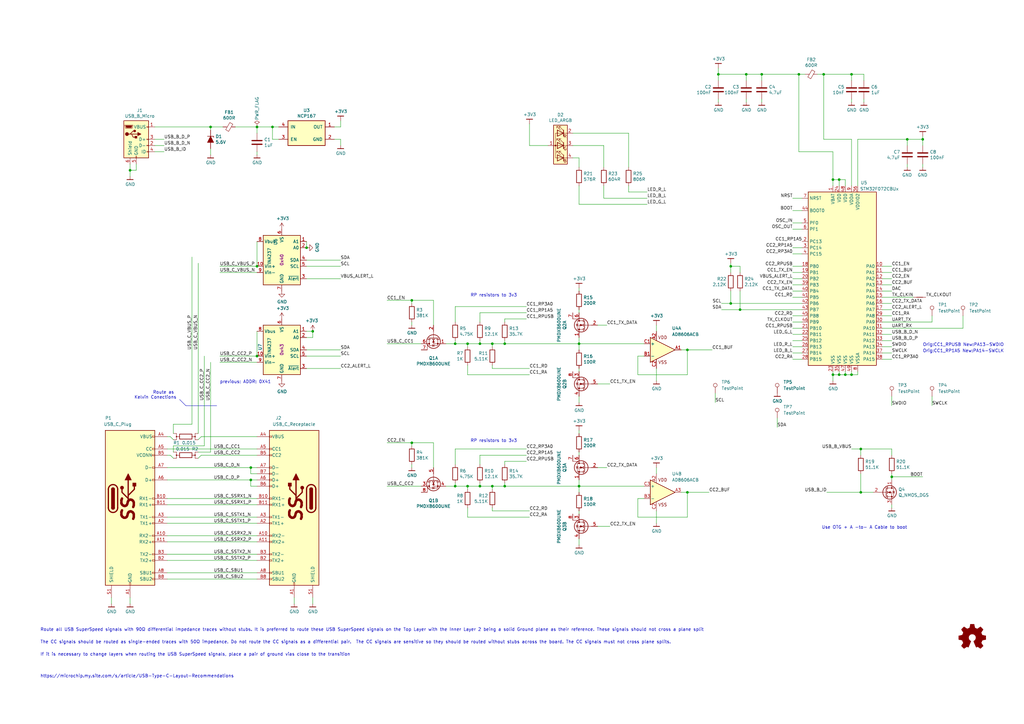
<source format=kicad_sch>
(kicad_sch (version 20230121) (generator eeschema)
  (paper "A3")
  (title_block (title "ClockClock Module") (date "2019-03-23") (rev "r0_1") (company "GsD"))
  (junction (at 168.91 123.19))
  (junction (at 303.53 127))
  (junction (at 201.93 140.97))
  (junction (at 349.25 30.48))
  (junction (at 237.49 140.97))
  (junction (at 341.63 73.66))
  (junction (at 53.34 69.85))
  (junction (at 281.94 143.51))
  (junction (at 306.07 30.48))
  (junction (at 327.66 30.48))
  (junction (at 168.91 181.61))
  (junction (at 201.93 199.39))
  (junction (at 341.63 153.67))
  (junction (at 102.87 196.85))
  (junction (at 344.17 73.66))
  (junction (at 299.72 124.46))
  (junction (at 372.11 57.15))
  (junction (at 281.94 201.93))
  (junction (at 346.71 153.67))
  (junction (at 337.82 30.48))
  (junction (at 111.76 52.07))
  (junction (at 353.06 184.15))
  (junction (at 353.06 201.93))
  (junction (at 312.42 30.48))
  (junction (at 102.87 191.77))
  (junction (at 365.76 195.58))
  (junction (at 128.27 135.89))
  (junction (at 196.85 199.39))
  (junction (at 349.25 153.67))
  (junction (at 344.17 153.67))
  (junction (at 105.41 146.05))
  (junction (at 378.46 57.15))
  (junction (at 299.72 109.22))
  (junction (at 207.01 199.39))
  (junction (at 125.73 101.6))
  (junction (at 86.36 52.07))
  (junction (at 191.77 199.39))
  (junction (at 237.49 199.39))
  (junction (at 105.41 109.22))
  (junction (at 196.85 140.97))
  (junction (at 186.69 199.39))
  (junction (at 294.64 30.48))
  (junction (at 207.01 140.97))
  (junction (at 105.41 52.07))
  (junction (at 191.77 140.97))
  (junction (at 186.69 140.97))
  (wire (pts (xy 351.79 57.15) (xy 351.79 76.2)))
  (wire (pts (xy 279.4 201.93) (xy 281.94 201.93)))
  (wire (pts (xy 201.93 149.86) (xy 201.93 151.13)))
  (wire (pts (xy 125.73 101.6) (xy 125.73 99.06)))
  (wire (pts (xy 125.73 151.13) (xy 139.7 151.13)))
  (wire (pts (xy 344.17 153.67) (xy 341.63 153.67)))
  (wire (pts (xy 71.12 182.88) (xy 71.12 185.42)))
  (wire (pts (xy 69.85 186.69) (xy 71.12 187.96)))
  (wire (pts (xy 201.93 151.13) (xy 217.17 151.13)))
  (wire (pts (xy 237.49 162.56) (xy 237.49 165.1)))
  (wire (pts (xy 168.91 133.35) (xy 168.91 132.08)))
  (wire (pts (xy 69.85 186.69) (xy 68.58 186.69)))
  (wire (pts (xy 196.85 140.97) (xy 201.93 140.97)))
  (wire (pts (xy 299.72 124.46) (xy 295.91 124.46)))
  (wire (pts (xy 361.95 134.62) (xy 394.97 134.62)))
  (wire (pts (xy 186.69 184.15) (xy 215.9 184.15)))
  (wire (pts (xy 168.91 123.19) (xy 158.75 123.19)))
  (wire (pts (xy 318.77 171.45) (xy 318.77 175.26)))
  (wire (pts (xy 168.91 123.19) (xy 177.8 123.19)))
  (wire (pts (xy 328.93 142.24) (xy 325.12 142.24)))
  (wire (pts (xy 191.77 149.86) (xy 191.77 153.67)))
  (polyline (pts (xy 76.2 166.37) (xy 88.9 166.37)))
  (wire (pts (xy 68.58 227.33) (xy 105.41 227.33)))
  (wire (pts (xy 191.77 212.09) (xy 217.17 212.09)))
  (wire (pts (xy 257.81 54.61) (xy 257.81 68.58)))
  (wire (pts (xy 306.07 40.64) (xy 306.07 41.91)))
  (wire (pts (xy 341.63 152.4) (xy 341.63 153.67)))
  (wire (pts (xy 346.71 153.67) (xy 344.17 153.67)))
  (wire (pts (xy 68.58 234.95) (xy 105.41 234.95)))
  (wire (pts (xy 245.11 215.9) (xy 250.19 215.9)))
  (wire (pts (xy 96.52 52.07) (xy 105.41 52.07)))
  (wire (pts (xy 299.72 111.76) (xy 299.72 109.22)))
  (wire (pts (xy 353.06 184.15) (xy 349.25 184.15)))
  (wire (pts (xy 281.94 143.51) (xy 292.1 143.51)))
  (wire (pts (xy 328.93 86.36) (xy 325.12 86.36)))
  (wire (pts (xy 125.73 143.51) (xy 139.7 143.51)))
  (wire (pts (xy 105.41 135.89) (xy 105.41 146.05)))
  (wire (pts (xy 186.69 125.73) (xy 215.9 125.73)))
  (wire (pts (xy 372.11 67.31) (xy 372.11 68.58)))
  (wire (pts (xy 328.93 127) (xy 303.53 127)))
  (wire (pts (xy 68.58 207.01) (xy 105.41 207.01)))
  (wire (pts (xy 207.01 132.08) (xy 207.01 130.81)))
  (wire (pts (xy 55.88 69.85) (xy 53.34 69.85)))
  (wire (pts (xy 328.93 121.92) (xy 325.12 121.92)))
  (wire (pts (xy 361.95 144.78) (xy 365.76 144.78)))
  (wire (pts (xy 365.76 162.56) (xy 365.76 166.37)))
  (wire (pts (xy 281.94 212.09) (xy 281.94 201.93)))
  (wire (pts (xy 71.12 177.8) (xy 71.12 173.99)))
  (wire (pts (xy 237.49 143.51) (xy 237.49 140.97)))
  (wire (pts (xy 128.27 138.43) (xy 128.27 135.89)))
  (wire (pts (xy 128.27 245.11) (xy 128.27 247.65)))
  (wire (pts (xy 237.49 76.2) (xy 237.49 83.82)))
  (wire (pts (xy 328.93 91.44) (xy 325.12 91.44)))
  (wire (pts (xy 312.42 30.48) (xy 306.07 30.48)))
  (wire (pts (xy 207.01 130.81) (xy 215.9 130.81)))
  (wire (pts (xy 328.93 114.3) (xy 325.12 114.3)))
  (wire (pts (xy 281.94 153.67) (xy 281.94 143.51)))
  (wire (pts (xy 361.95 137.16) (xy 365.76 137.16)))
  (wire (pts (xy 186.69 190.5) (xy 186.69 184.15)))
  (wire (pts (xy 53.34 67.31) (xy 53.34 69.85)))
  (wire (pts (xy 237.49 220.98) (xy 237.49 223.52)))
  (wire (pts (xy 344.17 76.2) (xy 344.17 73.66)))
  (wire (pts (xy 294.64 30.48) (xy 294.64 27.94)))
  (wire (pts (xy 344.17 152.4) (xy 344.17 153.67)))
  (wire (pts (xy 337.82 30.48) (xy 335.28 30.48)))
  (wire (pts (xy 191.77 208.28) (xy 191.77 212.09)))
  (wire (pts (xy 168.91 182.88) (xy 168.91 181.61)))
  (wire (pts (xy 63.5 59.69) (xy 67.31 59.69)))
  (wire (pts (xy 237.49 199.39) (xy 237.49 196.85)))
  (wire (pts (xy 68.58 204.47) (xy 105.41 204.47)))
  (wire (pts (xy 207.01 190.5) (xy 207.01 189.23)))
  (wire (pts (xy 196.85 199.39) (xy 201.93 199.39)))
  (wire (pts (xy 349.25 30.48) (xy 337.82 30.48)))
  (wire (pts (xy 86.36 53.34) (xy 86.36 52.07)))
  (wire (pts (xy 182.88 199.39) (xy 186.69 199.39)))
  (wire (pts (xy 177.8 123.19) (xy 177.8 133.35)))
  (wire (pts (xy 269.24 194.31) (xy 269.24 191.77)))
  (wire (pts (xy 82.55 179.07) (xy 81.28 180.34)))
  (wire (pts (xy 365.76 196.85) (xy 365.76 195.58)))
  (wire (pts (xy 168.91 191.77) (xy 168.91 190.5)))
  (wire (pts (xy 81.28 177.8) (xy 81.28 107.95)))
  (wire (pts (xy 207.01 140.97) (xy 237.49 140.97)))
  (wire (pts (xy 217.17 59.69) (xy 217.17 50.8)))
  (wire (pts (xy 245.11 157.48) (xy 250.19 157.48)))
  (wire (pts (xy 261.62 153.67) (xy 281.94 153.67)))
  (wire (pts (xy 114.3 57.15) (xy 111.76 57.15)))
  (wire (pts (xy 68.58 184.15) (xy 105.41 184.15)))
  (wire (pts (xy 69.85 179.07) (xy 71.12 180.34)))
  (wire (pts (xy 120.65 245.11) (xy 120.65 247.65)))
  (wire (pts (xy 234.95 54.61) (xy 257.81 54.61)))
  (wire (pts (xy 361.95 132.08) (xy 382.27 132.08)))
  (wire (pts (xy 312.42 33.02) (xy 312.42 30.48)))
  (wire (pts (xy 68.58 191.77) (xy 102.87 191.77)))
  (wire (pts (xy 81.28 187.96) (xy 82.55 186.69)))
  (wire (pts (xy 349.25 153.67) (xy 346.71 153.67)))
  (wire (pts (xy 191.77 200.66) (xy 191.77 199.39)))
  (wire (pts (xy 328.93 93.98) (xy 325.12 93.98)))
  (wire (pts (xy 328.93 101.6) (xy 325.12 101.6)))
  (wire (pts (xy 294.64 33.02) (xy 294.64 30.48)))
  (wire (pts (xy 346.71 152.4) (xy 346.71 153.67)))
  (wire (pts (xy 257.81 76.2) (xy 257.81 78.74)))
  (wire (pts (xy 351.79 152.4) (xy 351.79 153.67)))
  (wire (pts (xy 361.95 139.7) (xy 365.76 139.7)))
  (wire (pts (xy 207.01 139.7) (xy 207.01 140.97)))
  (wire (pts (xy 294.64 40.64) (xy 294.64 41.91)))
  (wire (pts (xy 63.5 62.23) (xy 67.31 62.23)))
  (wire (pts (xy 207.01 189.23) (xy 215.9 189.23)))
  (wire (pts (xy 365.76 195.58) (xy 365.76 194.31)))
  (wire (pts (xy 337.82 57.15) (xy 337.82 30.48)))
  (wire (pts (xy 186.69 199.39) (xy 191.77 199.39)))
  (wire (pts (xy 349.25 33.02) (xy 349.25 30.48)))
  (wire (pts (xy 111.76 52.07) (xy 105.41 52.07)))
  (wire (pts (xy 68.58 222.25) (xy 105.41 222.25)))
  (wire (pts (xy 303.53 127) (xy 295.91 127)))
  (wire (pts (xy 186.69 132.08) (xy 186.69 125.73)))
  (wire (pts (xy 90.17 146.05) (xy 105.41 146.05)))
  (wire (pts (xy 264.16 204.47) (xy 261.62 204.47)))
  (wire (pts (xy 86.36 52.07) (xy 63.5 52.07)))
  (wire (pts (xy 237.49 176.53) (xy 237.49 177.8)))
  (wire (pts (xy 186.69 198.12) (xy 186.69 199.39)))
  (polyline (pts (xy 73.66 163.83) (xy 76.2 166.37)))
  (wire (pts (xy 68.58 229.87) (xy 105.41 229.87)))
  (wire (pts (xy 186.69 140.97) (xy 191.77 140.97)))
  (wire (pts (xy 237.49 210.82) (xy 237.49 209.55)))
  (wire (pts (xy 328.93 119.38) (xy 325.12 119.38)))
  (wire (pts (xy 90.17 148.59) (xy 105.41 148.59)))
  (wire (pts (xy 341.63 76.2) (xy 341.63 73.66)))
  (wire (pts (xy 353.06 201.93) (xy 339.09 201.93)))
  (wire (pts (xy 86.36 148.59) (xy 86.36 185.42)))
  (wire (pts (xy 114.3 52.07) (xy 111.76 52.07)))
  (wire (pts (xy 105.41 199.39) (xy 102.87 199.39)))
  (wire (pts (xy 245.11 191.77) (xy 248.92 191.77)))
  (wire (pts (xy 354.33 40.64) (xy 354.33 41.91)))
  (wire (pts (xy 191.77 199.39) (xy 196.85 199.39)))
  (wire (pts (xy 105.41 62.23) (xy 105.41 63.5)))
  (wire (pts (xy 105.41 194.31) (xy 102.87 194.31)))
  (wire (pts (xy 365.76 208.28) (xy 365.76 207.01)))
  (wire (pts (xy 78.74 173.99) (xy 78.74 105.41)))
  (wire (pts (xy 201.93 199.39) (xy 207.01 199.39)))
  (wire (pts (xy 365.76 184.15) (xy 365.76 186.69)))
  (wire (pts (xy 168.91 124.46) (xy 168.91 123.19)))
  (wire (pts (xy 68.58 196.85) (xy 102.87 196.85)))
  (wire (pts (xy 139.7 52.07) (xy 139.7 49.53)))
  (wire (pts (xy 245.11 133.35) (xy 248.92 133.35)))
  (wire (pts (xy 68.58 219.71) (xy 105.41 219.71)))
  (wire (pts (xy 247.65 76.2) (xy 247.65 81.28)))
  (wire (pts (xy 341.63 153.67) (xy 341.63 156.21)))
  (wire (pts (xy 128.27 135.89) (xy 125.73 135.89)))
  (wire (pts (xy 201.93 208.28) (xy 201.93 209.55)))
  (wire (pts (xy 341.63 73.66) (xy 341.63 62.23)))
  (wire (pts (xy 125.73 106.68) (xy 139.7 106.68)))
  (wire (pts (xy 63.5 57.15) (xy 67.31 57.15)))
  (wire (pts (xy 382.27 162.56) (xy 382.27 166.37)))
  (wire (pts (xy 328.93 124.46) (xy 299.72 124.46)))
  (wire (pts (xy 361.95 114.3) (xy 365.76 114.3)))
  (wire (pts (xy 341.63 62.23) (xy 327.66 62.23)))
  (wire (pts (xy 237.49 127) (xy 237.49 128.27)))
  (wire (pts (xy 312.42 40.64) (xy 312.42 41.91)))
  (wire (pts (xy 234.95 64.77) (xy 237.49 64.77)))
  (wire (pts (xy 68.58 214.63) (xy 105.41 214.63)))
  (wire (pts (xy 328.93 137.16) (xy 325.12 137.16)))
  (wire (pts (xy 325.12 134.62) (xy 328.93 134.62)))
  (wire (pts (xy 382.27 132.08) (xy 382.27 129.54)))
  (wire (pts (xy 344.17 73.66) (xy 341.63 73.66)))
  (wire (pts (xy 354.33 30.48) (xy 349.25 30.48)))
  (wire (pts (xy 237.49 152.4) (xy 237.49 151.13)))
  (wire (pts (xy 137.16 52.07) (xy 139.7 52.07)))
  (wire (pts (xy 168.91 181.61) (xy 158.75 181.61)))
  (wire (pts (xy 361.95 142.24) (xy 365.76 142.24)))
  (wire (pts (xy 207.01 199.39) (xy 237.49 199.39)))
  (wire (pts (xy 328.93 129.54) (xy 325.12 129.54)))
  (wire (pts (xy 328.93 116.84) (xy 325.12 116.84)))
  (wire (pts (xy 349.25 152.4) (xy 349.25 153.67)))
  (wire (pts (xy 237.49 83.82) (xy 265.43 83.82)))
  (wire (pts (xy 325.12 139.7) (xy 328.93 139.7)))
  (wire (pts (xy 90.17 111.76) (xy 105.41 111.76)))
  (wire (pts (xy 105.41 54.61) (xy 105.41 52.07)))
  (wire (pts (xy 237.49 185.42) (xy 237.49 186.69)))
  (wire (pts (xy 269.24 151.13) (xy 269.24 156.21)))
  (wire (pts (xy 303.53 109.22) (xy 299.72 109.22)))
  (wire (pts (xy 361.95 111.76) (xy 365.76 111.76)))
  (wire (pts (xy 261.62 212.09) (xy 281.94 212.09)))
  (wire (pts (xy 349.25 40.64) (xy 349.25 41.91)))
  (wire (pts (xy 361.95 127) (xy 365.76 127)))
  (wire (pts (xy 247.65 81.28) (xy 265.43 81.28)))
  (wire (pts (xy 69.85 179.07) (xy 68.58 179.07)))
  (wire (pts (xy 128.27 138.43) (xy 125.73 138.43)))
  (wire (pts (xy 86.36 60.96) (xy 86.36 63.5)))
  (wire (pts (xy 55.88 67.31) (xy 55.88 69.85)))
  (wire (pts (xy 361.95 116.84) (xy 365.76 116.84)))
  (wire (pts (xy 237.49 140.97) (xy 237.49 138.43)))
  (wire (pts (xy 125.73 114.3) (xy 139.7 114.3)))
  (wire (pts (xy 361.95 121.92) (xy 374.65 121.92)))
  (wire (pts (xy 353.06 186.69) (xy 353.06 184.15)))
  (wire (pts (xy 306.07 30.48) (xy 294.64 30.48)))
  (wire (pts (xy 177.8 181.61) (xy 177.8 191.77)))
  (wire (pts (xy 105.41 179.07) (xy 82.55 179.07)))
  (wire (pts (xy 261.62 146.05) (xy 261.62 153.67)))
  (wire (pts (xy 328.93 109.22) (xy 325.12 109.22)))
  (wire (pts (xy 201.93 209.55) (xy 217.17 209.55)))
  (wire (pts (xy 372.11 57.15) (xy 351.79 57.15)))
  (wire (pts (xy 261.62 204.47) (xy 261.62 212.09)))
  (wire (pts (xy 191.77 153.67) (xy 217.17 153.67)))
  (wire (pts (xy 372.11 59.69) (xy 372.11 57.15)))
  (wire (pts (xy 299.72 109.22) (xy 299.72 107.95)))
  (wire (pts (xy 257.81 78.74) (xy 265.43 78.74)))
  (wire (pts (xy 346.71 73.66) (xy 344.17 73.66)))
  (wire (pts (xy 224.79 59.69) (xy 217.17 59.69)))
  (wire (pts (xy 394.97 134.62) (xy 394.97 129.54)))
  (wire (pts (xy 237.49 140.97) (xy 264.16 140.97)))
  (wire (pts (xy 83.82 146.05) (xy 83.82 182.88)))
  (wire (pts (xy 186.69 139.7) (xy 186.69 140.97)))
  (wire (pts (xy 293.37 161.29) (xy 293.37 165.1)))
  (wire (pts (xy 201.93 200.66) (xy 201.93 199.39)))
  (wire (pts (xy 102.87 196.85) (xy 105.41 196.85)))
  (wire (pts (xy 327.66 30.48) (xy 330.2 30.48)))
  (wire (pts (xy 349.25 76.2) (xy 349.25 57.15)))
  (wire (pts (xy 207.01 198.12) (xy 207.01 199.39)))
  (wire (pts (xy 137.16 57.15) (xy 139.7 57.15)))
  (wire (pts (xy 353.06 184.15) (xy 365.76 184.15)))
  (wire (pts (xy 269.24 209.55) (xy 269.24 214.63)))
  (wire (pts (xy 247.65 59.69) (xy 247.65 68.58)))
  (wire (pts (xy 81.28 185.42) (xy 86.36 185.42)))
  (wire (pts (xy 281.94 201.93) (xy 290.83 201.93)))
  (wire (pts (xy 328.93 104.14) (xy 325.12 104.14)))
  (wire (pts (xy 361.95 129.54) (xy 365.76 129.54)))
  (wire (pts (xy 191.77 140.97) (xy 196.85 140.97)))
  (wire (pts (xy 201.93 142.24) (xy 201.93 140.97)))
  (wire (pts (xy 172.72 140.97) (xy 158.75 140.97)))
  (wire (pts (xy 303.53 111.76) (xy 303.53 109.22)))
  (wire (pts (xy 196.85 198.12) (xy 196.85 199.39)))
  (wire (pts (xy 328.93 147.32) (xy 325.12 147.32)))
  (wire (pts (xy 168.91 181.61) (xy 177.8 181.61)))
  (wire (pts (xy 125.73 109.22) (xy 139.7 109.22)))
  (wire (pts (xy 328.93 81.28) (xy 325.12 81.28)))
  (wire (pts (xy 182.88 140.97) (xy 186.69 140.97)))
  (wire (pts (xy 105.41 99.06) (xy 105.41 109.22)))
  (wire (pts (xy 365.76 195.58) (xy 378.46 195.58)))
  (wire (pts (xy 378.46 67.31) (xy 378.46 68.58)))
  (wire (pts (xy 361.95 109.22) (xy 365.76 109.22)))
  (wire (pts (xy 82.55 186.69) (xy 105.41 186.69)))
  (wire (pts (xy 68.58 237.49) (xy 105.41 237.49)))
  (wire (pts (xy 102.87 191.77) (xy 105.41 191.77)))
  (wire (pts (xy 191.77 142.24) (xy 191.77 140.97)))
  (wire (pts (xy 351.79 153.67) (xy 349.25 153.67)))
  (wire (pts (xy 361.95 147.32) (xy 365.76 147.32)))
  (wire (pts (xy 306.07 33.02) (xy 306.07 30.48)))
  (wire (pts (xy 361.95 124.46) (xy 365.76 124.46)))
  (wire (pts (xy 71.12 182.88) (xy 83.82 182.88)))
  (wire (pts (xy 68.58 212.09) (xy 105.41 212.09)))
  (wire (pts (xy 111.76 57.15) (xy 111.76 52.07)))
  (wire (pts (xy 358.14 201.93) (xy 353.06 201.93)))
  (wire (pts (xy 327.66 62.23) (xy 327.66 30.48)))
  (wire (pts (xy 91.44 52.07) (xy 86.36 52.07)))
  (wire (pts (xy 269.24 135.89) (xy 269.24 133.35)))
  (wire (pts (xy 196.85 139.7) (xy 196.85 140.97)))
  (wire (pts (xy 53.34 69.85) (xy 53.34 72.39)))
  (wire (pts (xy 349.25 57.15) (xy 337.82 57.15)))
  (wire (pts (xy 312.42 30.48) (xy 327.66 30.48)))
  (wire (pts (xy 102.87 194.31) (xy 102.87 191.77)))
  (wire (pts (xy 125.73 146.05) (xy 139.7 146.05)))
  (wire (pts (xy 303.53 119.38) (xy 303.53 127)))
  (wire (pts (xy 90.17 109.22) (xy 105.41 109.22)))
  (wire (pts (xy 328.93 111.76) (xy 325.12 111.76)))
  (wire (pts (xy 102.87 199.39) (xy 102.87 196.85)))
  (wire (pts (xy 71.12 173.99) (xy 78.74 173.99)))
  (wire (pts (xy 196.85 128.27) (xy 215.9 128.27)))
  (wire (pts (xy 237.49 201.93) (xy 237.49 199.39)))
  (wire (pts (xy 196.85 190.5) (xy 196.85 186.69)))
  (wire (pts (xy 139.7 57.15) (xy 139.7 59.69)))
  (wire (pts (xy 299.72 119.38) (xy 299.72 124.46)))
  (wire (pts (xy 378.46 59.69) (xy 378.46 57.15)))
  (wire (pts (xy 346.71 76.2) (xy 346.71 73.66)))
  (wire (pts (xy 234.95 59.69) (xy 247.65 59.69)))
  (wire (pts (xy 279.4 143.51) (xy 281.94 143.51)))
  (wire (pts (xy 237.49 64.77) (xy 237.49 68.58)))
  (wire (pts (xy 172.72 199.39) (xy 158.75 199.39)))
  (wire (pts (xy 196.85 186.69) (xy 215.9 186.69)))
  (wire (pts (xy 361.95 119.38) (xy 365.76 119.38)))
  (wire (pts (xy 372.11 57.15) (xy 378.46 57.15)))
  (wire (pts (xy 264.16 146.05) (xy 261.62 146.05)))
  (wire (pts (xy 53.34 245.11) (xy 53.34 247.65)))
  (wire (pts (xy 354.33 33.02) (xy 354.33 30.48)))
  (wire (pts (xy 328.93 132.08) (xy 325.12 132.08)))
  (wire (pts (xy 328.93 144.78) (xy 325.12 144.78)))
  (wire (pts (xy 237.49 118.11) (xy 237.49 119.38)))
  (wire (pts (xy 201.93 140.97) (xy 207.01 140.97)))
  (wire (pts (xy 196.85 132.08) (xy 196.85 128.27)))
  (wire (pts (xy 45.72 245.11) (xy 45.72 247.65)))
  (wire (pts (xy 353.06 194.31) (xy 353.06 201.93)))
  (wire (pts (xy 237.49 199.39) (xy 264.16 199.39)))
  (wire (pts (xy 378.46 57.15) (xy 378.46 55.88)))
  (text "Orig:CC1_RPUSB New:PA13-SWDIO" (at 378.46 142.24 0) (effects (font (size 1.27 1.27)) (justify left bottom)))
  (text "Orig:CC1_RP1A5 New:PA14-SWCLK" (at 378.46 144.78 0) (effects (font (size 1.27 1.27)) (justify left bottom)))
  (text "RP resistors to 3v3" (at 212.09 121.92 0) (effects (font (size 1.27 1.27)) (justify right bottom)))
  (text "Route as \nKelvin Conections" (at 72.39 163.83 0) (effects (font (size 1.27 1.27)) (justify right bottom)))
  (text "https://microchip.my.site.com/s/article/USB-Type-C-Layout-Recommendations" (at 16.51 278.13 0) (effects (font (size 1.27 1.27)) (justify left bottom)))
  (text "Use OTG + A -to- A Cable to boot" (at 372.11 217.17 0) (effects (font (size 1.27 1.27)) (justify right bottom)))
  (text "previous: ADDR: 0X41\n" (at 90.17 157.48 0) (effects (font (size 1.27 1.27)) (justify left bottom)))
  (text "The CC signals should be routed as single-ended traces with 50Ω impedance. Do not route the CC signals as a differential pair.  The CC signals are sensitive so they should be routed without stubs across the board. The CC signals must not cross plane splits." (at 16.51 264.16 0) (effects (font (size 1.27 1.27)) (justify left bottom)))
  (text "Route all USB SuperSpeed signals with 90Ω differential impedance traces without stubs. It is preferred to route these USB SuperSpeed signals on the Top Layer with the Inner Layer 2 being a solid Ground plane as their reference. These signals should not cross a plane split" (at 16.51 259.08 0) (effects (font (size 1.27 1.27)) (justify left bottom)))
  (text "If it is necessary to change layers when routing the USB SuperSpeed signals, place a pair of ground vias close to the transition " (at 16.51 269.24 0) (effects (font (size 1.27 1.27)) (justify left bottom)))
  (text "RP resistors to 3v3" (at 212.09 181.61 0) (effects (font (size 1.27 1.27)) (justify right bottom)))
  (label "USB_B_ID" (at 67.31 62.23 0))
  (label "USB_C_SSRX2_P" (at 87.63 222.25 0))
  (label "CC2_BUF" (at 365.76 116.84 0))
  (label "USB_C_CC2_P" (at 90.17 146.05 0))
  (label "CC1_TX_EN" (at 250.19 157.48 0))
  (label "LED_R_L" (at 265.43 78.74 0))
  (label "CC1_RP1A5" (at 215.9 128.27 0))
  (label "USB_C_VBUS_N" (at 81.28 143.51 90))
  (label "CC1_RD" (at 217.17 151.13 0))
  (label "USB_C_VBUS_P" (at 90.17 109.22 0))
  (label "CC1_RPUSB" (at 325.12 134.62 180))
  (label "USB_B_D_P" (at 365.76 139.7 0))
  (label "BOOT" (at 378.46 195.58 180))
  (label "USB_C_CC1" (at 158.75 140.97 0))
  (label "CC1_BUF" (at 365.76 111.76 0))
  (label "USB_C_SSTX2_N" (at 87.63 227.33 0))
  (label "UART_TX" (at 365.76 132.08 0))
  (label "USB_C_SBU2" (at 87.63 237.49 0))
  (label "USB_C_CC2" (at 87.63 186.69 0))
  (label "CC2_EN" (at 365.76 114.3 0))
  (label "CC2_RPUSB" (at 215.9 189.23 0))
  (label "CC2_ALERT_L" (at 139.7 151.13 0))
  (label "CC1_RP3A0" (at 215.9 125.73 0))
  (label "SWCLK" (at 365.76 144.78 0))
  (label "SCL" (at 295.91 124.46 180))
  (label "SWCLK" (at 382.27 166.37 0))
  (label "USB_C_D_N" (at 87.63 191.77 0))
  (label "SCL" (at 293.37 165.1 0))
  (label "SDA" (at 318.77 175.26 0))
  (label "CC2_RD" (at 325.12 129.54 180))
  (label "VBUS_ALERT_L" (at 325.12 114.3 180))
  (label "CC2_EN" (at 158.75 181.61 0))
  (label "CC1_EN" (at 365.76 109.22 0))
  (label "OSC_OUT" (at 325.12 93.98 180))
  (label "CC1_TX_DATA" (at 325.12 119.38 180))
  (label "DAC" (at 365.76 119.38 0))
  (label "USB_B_VBUS" (at 349.25 184.15 180))
  (label "TX_CLKIN" (at 365.76 121.92 0))
  (label "SWDIO" (at 365.76 166.37 0))
  (label "CC1_TX_EN" (at 325.12 111.76 180))
  (label "USB_C_CC2_N" (at 86.36 151.13 270))
  (label "BOOT" (at 325.12 86.36 180))
  (label "USB_B_D_N" (at 67.31 59.69 0))
  (label "CC2_TX_EN" (at 325.12 116.84 180))
  (label "CC2_TX_DATA" (at 248.92 191.77 0))
  (label "CC1_EN" (at 158.75 123.19 0))
  (label "USB_C_VBUS_P" (at 78.74 143.51 90))
  (label "USB_C_SSRX2_N" (at 87.63 219.71 0))
  (label "CC2_RPUSB" (at 325.12 109.22 180))
  (label "SCL" (at 139.7 146.05 0))
  (label "LED_G_L" (at 265.43 83.82 0))
  (label "USB_C_SSRX1_N" (at 87.63 204.47 0))
  (label "SDA" (at 139.7 143.51 0))
  (label "USB_C_SSTX1_N" (at 87.63 212.09 0))
  (label "USB_C_CC1" (at 87.63 184.15 0))
  (label "CC2_RP1A5" (at 325.12 101.6 180))
  (label "CC2_RD" (at 217.17 209.55 0))
  (label "LED_G_L" (at 325.12 137.16 180))
  (label "USB_B_ID" (at 339.09 201.93 180))
  (label "UART_RX" (at 365.76 134.62 0))
  (label "OSC_IN" (at 325.12 91.44 180))
  (label "CC2_RA" (at 217.17 212.09 0))
  (label "LED_B_L" (at 265.43 81.28 0))
  (label "CC2_RA" (at 325.12 147.32 180))
  (label "CC2_TX_DATA" (at 365.76 124.46 0))
  (label "USB_C_CC2_N" (at 90.17 148.59 0))
  (label "TX_CLKOUT" (at 379.73 121.92 0))
  (label "CC1_RA" (at 217.17 153.67 0))
  (label "CC1_RA" (at 365.76 129.54 0))
  (label "USB_C_D_P" (at 87.63 196.85 0))
  (label "VBUS_ALERT_L" (at 139.7 114.3 0))
  (label "LED_R_L" (at 325.12 142.24 180))
  (label "USB_B_D_N" (at 365.76 137.16 0))
  (label "USB_C_SSTX2_P" (at 87.63 229.87 0))
  (label "CC1_TX_DATA" (at 248.92 133.35 0))
  (label "USB_C_SSTX1_P" (at 87.63 214.63 0))
  (label "SDA" (at 295.91 127 180))
  (label "TX_CLKOUT" (at 325.12 132.08 180))
  (label "CC1_RD" (at 325.12 121.92 180))
  (label "USB_C_SSRX1_P" (at 87.63 207.01 0))
  (label "CC2_TX_EN" (at 250.19 215.9 0))
  (label "CC2_RP3A0" (at 215.9 184.15 0))
  (label "CC1_BUF" (at 292.1 143.51 0))
  (label "LED_B_L" (at 325.12 144.78 180))
  (label "CC2_RP1A5" (at 215.9 186.69 0))
  (label "SCL" (at 139.7 109.22 0))
  (label "USB_C_SBU1" (at 87.63 234.95 0))
  (label "CC2_BUF" (at 290.83 201.93 0))
  (label "USB_C_VBUS_N" (at 90.17 111.76 0))
  (label "USB_B_D_P" (at 67.31 57.15 0))
  (label "CC2_ALERT_L" (at 365.76 127 0))
  (label "SWDIO" (at 365.76 142.24 0))
  (label "USB_C_CC2_P" (at 83.82 151.13 270))
  (label "CC1_RP1A5" (at 328.93 99.06 180))
  (label "NRST" (at 325.12 81.28 180))
  (label "USB_C_CC2" (at 158.75 199.39 0))
  (label "CC2_RP3A0" (at 325.12 104.14 180))
  (label "SDA" (at 139.7 106.68 0))
  (label "CC1_RPUSB" (at 215.9 130.81 0))
  (label "CC1_RP3A0" (at 365.76 147.32 0))
  (symbol (lib_id "FreshTwinkie-rescue:USB_C_Plug-Connector") (at 53.34 204.47 0) (unit 1)
    (property "Reference" "P1" (at 44.45 171.45 0))
    (property "Value" "USB_C_Plug" (at 48.26 173.99 0))
    (property "Footprint" "Connector_USB:USB_C_Plug_Molex_105444" (effects hide))
    (property "Datasheet" "https://www.usb.org/sites/default/files/documents/usb_type-c.zip" (effects hide))
    (property "Mfg" "Wurth Electronics Inc." (effects hide))
    (property "PN" "632712000021" (effects hide))
  )
  (symbol (lib_id "FreshTwinkie-rescue:USB_C_Receptacle-Connector") (at 120.65 204.47 0) (mirror y) (unit 1)
    (property "Reference" "J2" (at 113.03 171.45 0) (effects (justify right)))
    (property "Value" "USB_C_Receptacle" (at 111.76 173.99 0) (effects (justify right)))
    (property "Footprint" "Connector_USB:USB_C_Receptacle_Amphenol_12401610E4-2A" (effects hide))
    (property "Datasheet" "https://www.usb.org/sites/default/files/documents/usb_type-c.zip" (effects hide))
    (property "PN" "12401610E4#2A" (effects hide))
    (property "Mfg" "Amphenol ICC (Commercial Products)" (effects hide))
  )
  (symbol (lib_id "FreshTwinkie-rescue:AD8606ACB-gkl_misc") (at 271.78 143.51 0) (unit 1)
    (property "Reference" "U4" (at 275.59 134.62 0) (effects (justify left)))
    (property "Value" "AD8606ACB" (at 275.59 137.16 0) (effects (justify left)))
    (property "Footprint" "gkl_housings_bga:WLCSP-8 3X3_0.5" (effects hide))
    (property "Datasheet" "https://www.analog.com/media/en/technical-documentation/data-sheets/AD8605_8606_8608.pdf" (effects hide))
    (property "PN" "AD8606ACBZ-REEL7" (effects hide))
    (property "Mfg" "Analog Devices Inc." (effects hide))
  )
  (symbol (lib_id "FreshTwinkie-rescue:AD8606ACB-gkl_misc") (at 271.78 201.93 0) (unit 2)
    (property "Reference" "U4" (at 275.59 194.31 0) (effects (justify left)))
    (property "Value" "AD8606ACB" (at 275.59 196.85 0) (effects (justify left)))
    (property "Footprint" "gkl_housings_bga:WLCSP-8 3X3_0.5" (effects hide))
    (property "Datasheet" "https://www.analog.com/media/en/technical-documentation/data-sheets/AD8605_8606_8608.pdf" (effects hide))
    (property "PN" "AD8606ACBZ-REEL7" (effects hide))
    (property "Mfg" "Analog Devices Inc." (effects hide))
  )
  (symbol (lib_id "FreshTwinkie-rescue:PMDXB600UNE-gkl_mosfet") (at 177.8 138.43 90) (mirror x) (unit 1)
    (property "Reference" "Q1" (at 177.8 146.8882 90))
    (property "Value" "PMDXB600UNE" (at 177.8 149.1996 90))
    (property "Footprint" "gkl_housings_qfn:DFN1010B-6 (SOT1216)" (effects hide))
    (property "Datasheet" "https://assets.nexperia.com/documents/data-sheet/PMDXB600UNE.pdf" (effects hide))
    (property "PN" "PMDXB600UNEZ" (effects hide))
    (property "Mfg" "Nexperia USA Inc." (effects hide))
  )
  (symbol (lib_id "FreshTwinkie-rescue:PMDXB600UNE-gkl_mosfet") (at 177.8 196.85 90) (mirror x) (unit 2)
    (property "Reference" "Q1" (at 177.8 205.3082 90))
    (property "Value" "PMDXB600UNE" (at 177.8 207.6196 90))
    (property "Footprint" "gkl_housings_qfn:DFN1010B-6 (SOT1216)" (effects hide))
    (property "Datasheet" "https://assets.nexperia.com/documents/data-sheet/PMDXB600UNE.pdf" (effects hide))
    (property "PN" "PMDXB600UNEZ" (effects hide))
    (property "Mfg" "Nexperia USA Inc." (effects hide))
  )
  (symbol (lib_id "FreshTwinkie-rescue:GND-gkl_power") (at 45.72 247.65 0) (unit 1)
    (property "Reference" "#PWR0101" (effects hide))
    (property "Value" "GND" (at 45.7962 250.8504 0))
  )
  (symbol (lib_id "FreshTwinkie-rescue:GND-gkl_power") (at 53.34 247.65 0) (unit 1)
    (property "Reference" "#PWR0102" (effects hide))
    (property "Value" "GND" (at 53.4162 250.8504 0))
  )
  (symbol (lib_id "FreshTwinkie-rescue:GND-gkl_power") (at 120.65 247.65 0) (unit 1)
    (property "Reference" "#PWR0103" (effects hide))
    (property "Value" "GND" (at 120.7262 250.8504 0))
  )
  (symbol (lib_id "FreshTwinkie-rescue:GND-gkl_power") (at 128.27 247.65 0) (unit 1)
    (property "Reference" "#PWR0104" (effects hide))
    (property "Value" "GND" (at 128.3462 250.8504 0))
  )
  (symbol (lib_id "FreshTwinkie-rescue:4W_R-gkl_misc") (at 76.2 186.69 270) (mirror x) (unit 1)
    (property "Reference" "R2" (at 80.01 184.15 90))
    (property "Value" "0.015" (at 74.93 184.15 90))
    (property "Footprint" "gkl_dipol:4W_R_1206" (effects hide))
    (property "Mfg" "Vishay Dale" (effects hide))
    (property "PN" "WSK1206R0150FEA18" (effects hide))
  )
  (symbol (lib_id "FreshTwinkie-rescue:4W_R-gkl_misc") (at 76.2 179.07 270) (mirror x) (unit 1)
    (property "Reference" "R1" (at 72.39 181.61 90))
    (property "Value" "0.015" (at 77.47 181.61 90))
    (property "Footprint" "gkl_dipol:4W_R_1206" (effects hide))
    (property "Mfg" "Vishay Dale" (effects hide))
    (property "PN" "WSK1206R0150FEA18" (effects hide))
  )
  (symbol (lib_id "Device:R") (at 168.91 128.27 0) (unit 1)
    (property "Reference" "R3" (at 170.688 127.1016 0) (effects (justify left)))
    (property "Value" "381K" (at 170.688 129.413 0) (effects (justify left)))
    (property "Footprint" "gkl_dipol:R_0201" (effects hide))
    (property "PN" "RC0201FR-07383KL" (effects hide))
    (property "Mfg" "Yageo" (effects hide))
  )
  (symbol (lib_id "FreshTwinkie-rescue:GND-gkl_power") (at 168.91 133.35 0) (unit 1)
    (property "Reference" "#PWR0105" (effects hide))
    (property "Value" "GND" (at 168.9862 136.5504 0))
  )
  (symbol (lib_id "Device:R") (at 186.69 135.89 0) (unit 1)
    (property "Reference" "R5" (at 188.468 134.7216 0) (effects (justify left)))
    (property "Value" "4.75K" (at 188.468 137.033 0) (effects (justify left)))
    (property "Footprint" "gkl_dipol:R_0201" (effects hide))
    (property "PN" "RC0201FR-074K75L" (effects hide))
    (property "Mfg" "Yageo" (effects hide))
  )
  (symbol (lib_id "Device:R") (at 196.85 135.89 0) (unit 1)
    (property "Reference" "R9" (at 198.628 134.7216 0) (effects (justify left)))
    (property "Value" "12.1K" (at 198.628 137.033 0) (effects (justify left)))
    (property "Footprint" "gkl_dipol:R_0201" (effects hide))
    (property "PN" "RC0201FR-0712K1L" (effects hide))
    (property "Mfg" "Yageo" (effects hide))
  )
  (symbol (lib_id "Device:R") (at 207.01 135.89 0) (unit 1)
    (property "Reference" "R13" (at 208.788 134.7216 0) (effects (justify left)))
    (property "Value" "35.7K" (at 208.788 137.033 0) (effects (justify left)))
    (property "Footprint" "gkl_dipol:R_0201" (effects hide))
    (property "PN" "RC0201FR-0735K7L" (effects hide))
    (property "Mfg" "Yageo" (effects hide))
  )
  (symbol (lib_id "Device:R") (at 191.77 146.05 0) (mirror x) (unit 1)
    (property "Reference" "R7" (at 189.992 144.8816 0) (effects (justify right)))
    (property "Value" "1K" (at 189.992 147.193 0) (effects (justify right)))
    (property "Footprint" "gkl_dipol:R_0201" (effects hide))
    (property "PN" "RC0201FR-071KL" (effects hide))
    (property "Mfg" "Yageo" (effects hide))
  )
  (symbol (lib_id "Device:R") (at 201.93 146.05 0) (mirror x) (unit 1)
    (property "Reference" "R11" (at 200.1774 144.8816 0) (effects (justify right)))
    (property "Value" "5.11K" (at 200.1774 147.193 0) (effects (justify right)))
    (property "Footprint" "gkl_dipol:R_0201" (effects hide))
    (property "PN" "RC0201FR-075K11L" (effects hide))
    (property "Mfg" "Yageo" (effects hide))
  )
  (symbol (lib_id "Device:R") (at 237.49 147.32 0) (unit 1)
    (property "Reference" "R16" (at 239.268 146.1516 0) (effects (justify left)))
    (property "Value" "100R" (at 239.268 148.463 0) (effects (justify left)))
    (property "Footprint" "gkl_dipol:R_0201" (effects hide))
    (property "PN" "RC0201FR-07100RL" (effects hide))
    (property "Mfg" "Yageo" (effects hide))
  )
  (symbol (lib_id "Device:R") (at 237.49 123.19 0) (unit 1)
    (property "Reference" "R15" (at 239.268 122.0216 0) (effects (justify left)))
    (property "Value" "200R" (at 239.268 124.333 0) (effects (justify left)))
    (property "Footprint" "gkl_dipol:R_0201" (effects hide))
    (property "PN" "RC0201FR-07200RL" (effects hide))
    (property "Mfg" "Yageo" (effects hide))
  )
  (symbol (lib_id "FreshTwinkie-rescue:+3V3-gkl_power") (at 237.49 118.11 0) (unit 1)
    (property "Reference" "#PWR0106" (effects hide))
    (property "Value" "+3V3" (at 237.5662 114.2746 0))
  )
  (symbol (lib_id "FreshTwinkie-rescue:GND-gkl_power") (at 237.49 165.1 0) (unit 1)
    (property "Reference" "#PWR0107" (effects hide))
    (property "Value" "GND" (at 237.5662 168.3004 0))
  )
  (symbol (lib_id "FreshTwinkie-rescue:GND-gkl_power") (at 269.24 214.63 0) (unit 1)
    (property "Reference" "#PWR0124" (effects hide))
    (property "Value" "GND" (at 269.3162 217.8304 0))
  )
  (symbol (lib_id "FreshTwinkie-rescue:GND-gkl_power") (at 269.24 156.21 0) (unit 1)
    (property "Reference" "#PWR0125" (effects hide))
    (property "Value" "GND" (at 269.3162 159.4104 0))
  )
  (symbol (lib_id "FreshTwinkie-rescue:+3V3-gkl_power") (at 269.24 133.35 0) (unit 1)
    (property "Reference" "#PWR0126" (effects hide))
    (property "Value" "+3V3" (at 269.3162 129.5146 0))
  )
  (symbol (lib_id "FreshTwinkie-rescue:+3V3-gkl_power") (at 269.24 191.77 0) (unit 1)
    (property "Reference" "#PWR0127" (effects hide))
    (property "Value" "+3V3" (at 269.3162 187.9346 0))
  )
  (symbol (lib_id "Device:R") (at 168.91 186.69 0) (unit 1)
    (property "Reference" "R4" (at 170.688 185.5216 0) (effects (justify left)))
    (property "Value" "381K" (at 170.688 187.833 0) (effects (justify left)))
    (property "Footprint" "gkl_dipol:R_0201" (effects hide))
    (property "PN" "RC0201FR-07383KL" (effects hide))
    (property "Mfg" "Yageo" (effects hide))
  )
  (symbol (lib_id "FreshTwinkie-rescue:GND-gkl_power") (at 168.91 191.77 0) (unit 1)
    (property "Reference" "#PWR0108" (effects hide))
    (property "Value" "GND" (at 168.9862 194.9704 0))
  )
  (symbol (lib_id "Device:R") (at 186.69 194.31 0) (unit 1)
    (property "Reference" "R6" (at 188.468 193.1416 0) (effects (justify left)))
    (property "Value" "4.75K" (at 188.468 195.453 0) (effects (justify left)))
    (property "Footprint" "gkl_dipol:R_0201" (effects hide))
    (property "PN" "RC0201FR-074K75L" (effects hide))
    (property "Mfg" "Yageo" (effects hide))
  )
  (symbol (lib_id "Device:R") (at 196.85 194.31 0) (unit 1)
    (property "Reference" "R10" (at 198.628 193.1416 0) (effects (justify left)))
    (property "Value" "12.1K" (at 198.628 195.453 0) (effects (justify left)))
    (property "Footprint" "gkl_dipol:R_0201" (effects hide))
    (property "PN" "RC0201FR-0712K1L" (effects hide))
    (property "Mfg" "Yageo" (effects hide))
  )
  (symbol (lib_id "Device:R") (at 191.77 204.47 0) (mirror x) (unit 1)
    (property "Reference" "R8" (at 189.992 203.3016 0) (effects (justify right)))
    (property "Value" "1K" (at 189.992 205.613 0) (effects (justify right)))
    (property "Footprint" "gkl_dipol:R_0201" (effects hide))
    (property "PN" "RC0201FR-071KL" (effects hide))
    (property "Mfg" "Yageo" (effects hide))
  )
  (symbol (lib_id "Device:R") (at 201.93 204.47 0) (mirror x) (unit 1)
    (property "Reference" "R12" (at 200.1774 203.3016 0) (effects (justify right)))
    (property "Value" "5.11K" (at 200.1774 205.613 0) (effects (justify right)))
    (property "Footprint" "gkl_dipol:R_0201" (effects hide))
    (property "PN" "RC0201FR-075K11L" (effects hide))
    (property "Mfg" "Yageo" (effects hide))
  )
  (symbol (lib_id "Device:R") (at 207.01 194.31 0) (unit 1)
    (property "Reference" "R14" (at 208.788 193.1416 0) (effects (justify left)))
    (property "Value" "35.7K" (at 208.788 195.453 0) (effects (justify left)))
    (property "Footprint" "gkl_dipol:R_0201" (effects hide))
    (property "PN" "RC0201FR-0735K7L" (effects hide))
    (property "Mfg" "Yageo" (effects hide))
  )
  (symbol (lib_id "Device:R") (at 237.49 205.74 0) (unit 1)
    (property "Reference" "R18" (at 239.268 204.5716 0) (effects (justify left)))
    (property "Value" "100R" (at 239.268 206.883 0) (effects (justify left)))
    (property "Footprint" "gkl_dipol:R_0201" (effects hide))
    (property "PN" "RC0201FR-07100RL" (effects hide))
    (property "Mfg" "Yageo" (effects hide))
  )
  (symbol (lib_id "Device:R") (at 237.49 181.61 0) (unit 1)
    (property "Reference" "R17" (at 239.268 180.4416 0) (effects (justify left)))
    (property "Value" "200R" (at 239.268 182.753 0) (effects (justify left)))
    (property "Footprint" "gkl_dipol:R_0201" (effects hide))
    (property "PN" "RC0201FR-07200RL" (effects hide))
    (property "Mfg" "Yageo" (effects hide))
  )
  (symbol (lib_id "FreshTwinkie-rescue:+3V3-gkl_power") (at 237.49 176.53 0) (unit 1)
    (property "Reference" "#PWR0109" (effects hide))
    (property "Value" "+3V3" (at 237.5662 172.6946 0))
  )
  (symbol (lib_id "FreshTwinkie-rescue:GND-gkl_power") (at 237.49 223.52 0) (unit 1)
    (property "Reference" "#PWR0110" (effects hide))
    (property "Value" "GND" (at 237.5662 226.7204 0))
  )
  (symbol (lib_id "Graphic:Logo_Open_Hardware_Small") (at 398.78 261.62 0) (unit 1)
    (property "Reference" "#LOGO1" (effects hide))
    (property "Value" "Logo_Open_Hardware_Small" (effects hide))
  )
  (symbol (lib_id "FreshTwinkie-rescue:STM32F072CBUx-MCU_ST_STM32F0") (at 346.71 114.3 0) (unit 1)
    (property "Reference" "U5" (at 354.33 74.93 0))
    (property "Value" "STM32F072CBUx" (at 360.68 77.47 0))
    (property "Footprint" "Package_DFN_QFN:QFN-48-1EP_7x7mm_P0.5mm_EP5.6x5.6mm" (effects hide))
    (property "Datasheet" "http://www.st.com/st-web-ui/static/active/en/resource/technical/document/datasheet/DM00090510.pdf" (effects hide))
    (property "Mfg" "STMicroelectronics" (effects hide))
    (property "PN" "STM32F072CBU6" (effects hide))
  )
  (symbol (lib_id "Device:LED_ARGB") (at 229.87 59.69 0) (mirror y) (unit 1)
    (property "Reference" "D2" (at 229.87 47.0662 0))
    (property "Value" "LED_ARGB" (at 229.87 49.3776 0))
    (property "Footprint" "gkl_led:0404LED_RGB" (effects hide))
  )
  (symbol (lib_id "FreshTwinkie-rescue:GND-gkl_power") (at 341.63 156.21 0) (unit 1)
    (property "Reference" "#PWR0111" (effects hide))
    (property "Value" "GND" (at 341.7062 159.4104 0))
  )
  (symbol (lib_id "FreshTwinkie-rescue:+3V3-gkl_power") (at 217.17 50.8 0) (unit 1)
    (property "Reference" "#PWR0129" (effects hide))
    (property "Value" "+3V3" (at 217.2462 46.9646 0))
  )
  (symbol (lib_id "Device:R") (at 237.49 72.39 0) (unit 1)
    (property "Reference" "R21" (at 239.268 71.2216 0) (effects (justify left)))
    (property "Value" "576R" (at 239.268 73.533 0) (effects (justify left)))
    (property "Footprint" "gkl_dipol:R_0201" (effects hide))
    (property "PN" "RC0201FR-07576RL" (effects hide))
    (property "Mfg" "Yageo" (effects hide))
  )
  (symbol (lib_id "Device:R") (at 247.65 72.39 0) (unit 1)
    (property "Reference" "R23" (at 249.428 71.2216 0) (effects (justify left)))
    (property "Value" "604R" (at 249.428 73.533 0) (effects (justify left)))
    (property "Footprint" "gkl_dipol:R_0201" (effects hide))
    (property "PN" "RC0201FR-07604RL" (effects hide))
    (property "Mfg" "Yageo" (effects hide))
  )
  (symbol (lib_id "Device:R") (at 257.81 72.39 0) (unit 1)
    (property "Reference" "R25" (at 259.588 71.2216 0) (effects (justify left)))
    (property "Value" "806R" (at 259.588 73.533 0) (effects (justify left)))
    (property "Footprint" "gkl_dipol:R_0201" (effects hide))
    (property "PN" "RC0201FR-07806RL" (effects hide))
    (property "Mfg" "Yageo" (effects hide))
  )
  (symbol (lib_id "FreshTwinkie-rescue:NCP167-gkl_pmic") (at 125.73 54.61 0) (unit 1)
    (property "Reference" "U3" (at 125.73 45.2628 0))
    (property "Value" "NCP167" (at 125.73 47.5742 0))
    (property "Footprint" "gkl_housings_son:X2SON_4_1.0x1.0mm" (effects hide))
    (property "Mfg" "ON Semiconductor" (effects hide))
    (property "PN" "NCP167BMX330TBG" (effects hide))
  )
  (symbol (lib_id "FreshTwinkie-rescue:GND-gkl_power") (at 53.34 72.39 0) (unit 1)
    (property "Reference" "#PWR0128" (effects hide))
    (property "Value" "GND" (at 53.4162 75.5904 0))
  )
  (symbol (lib_id "FreshTwinkie-rescue:Net-Tie_2-Device") (at 377.19 121.92 0) (unit 1)
    (property "Reference" "NT1" (effects hide))
    (property "Value" "Net-Tie_2" (effects hide))
    (property "Footprint" "NetTie:NetTie-2_SMD_Pad0.5mm" (effects hide))
  )
  (symbol (lib_id "Device:Q_NMOS_DGS") (at 363.22 201.93 0) (unit 1)
    (property "Reference" "Q4" (at 368.4524 200.7616 0) (effects (justify left)))
    (property "Value" "Q_NMOS_DGS" (at 368.4524 203.073 0) (effects (justify left)))
    (property "Footprint" "gkl_housings_qfn:MOSFET_1.0x0.6mm" (effects hide))
    (property "Mfg" "Texas Instruments" (effects hide))
    (property "PN" "CSD13381F4" (effects hide))
  )
  (symbol (lib_id "FreshTwinkie-rescue:GND-gkl_power") (at 365.76 208.28 0) (unit 1)
    (property "Reference" "#PWR0112" (effects hide))
    (property "Value" "GND" (at 365.8362 211.4804 0))
  )
  (symbol (lib_id "Device:R") (at 353.06 190.5 0) (unit 1)
    (property "Reference" "R19" (at 354.838 189.3316 0) (effects (justify left)))
    (property "Value" "51.1K" (at 354.838 191.643 0) (effects (justify left)))
    (property "Footprint" "gkl_dipol:R_0201" (effects hide))
    (property "PN" "RC0201FR-0751k1L" (effects hide))
    (property "Mfg" "Yageo" (effects hide))
  )
  (symbol (lib_id "Device:R") (at 365.76 190.5 0) (unit 1)
    (property "Reference" "R20" (at 367.538 189.3316 0) (effects (justify left)))
    (property "Value" "51.1K" (at 367.538 191.643 0) (effects (justify left)))
    (property "Footprint" "gkl_dipol:R_0201" (effects hide))
    (property "PN" "RC0201FR-0751k1L" (effects hide))
    (property "Mfg" "Yageo" (effects hide))
  )
  (symbol (lib_id "FreshTwinkie-rescue:PMDXB600UNE-gkl_mosfet") (at 240.03 215.9 0) (mirror y) (unit 2)
    (property "Reference" "Q3" (at 231.5718 215.9 90))
    (property "Value" "PMDXB600UNE" (at 229.2604 215.9 90))
    (property "Footprint" "gkl_housings_qfn:DFN1010B-6 (SOT1216)" (effects hide))
    (property "Datasheet" "https://assets.nexperia.com/documents/data-sheet/PMDXB600UNE.pdf" (effects hide))
    (property "PN" "PMDXB600UNEZ" (effects hide))
    (property "Mfg" "Nexperia USA Inc." (effects hide))
  )
  (symbol (lib_id "FreshTwinkie-rescue:PMDXB600UNE-gkl_mosfet") (at 240.03 191.77 0) (mirror y) (unit 1)
    (property "Reference" "Q3" (at 231.5718 191.77 90))
    (property "Value" "PMDXB600UNE" (at 229.2604 191.77 90))
    (property "Footprint" "gkl_housings_qfn:DFN1010B-6 (SOT1216)" (effects hide))
    (property "Datasheet" "https://assets.nexperia.com/documents/data-sheet/PMDXB600UNE.pdf" (effects hide))
    (property "PN" "PMDXB600UNEZ" (effects hide))
    (property "Mfg" "Nexperia USA Inc." (effects hide))
  )
  (symbol (lib_id "FreshTwinkie-rescue:PMDXB600UNE-gkl_mosfet") (at 240.03 133.35 0) (mirror y) (unit 1)
    (property "Reference" "Q2" (at 231.5718 133.35 90))
    (property "Value" "PMDXB600UNE" (at 229.2604 133.35 90))
    (property "Footprint" "gkl_housings_qfn:DFN1010B-6 (SOT1216)" (effects hide))
    (property "Datasheet" "https://assets.nexperia.com/documents/data-sheet/PMDXB600UNE.pdf" (effects hide))
    (property "PN" "PMDXB600UNEZ" (effects hide))
    (property "Mfg" "Nexperia USA Inc." (effects hide))
  )
  (symbol (lib_id "FreshTwinkie-rescue:PMDXB600UNE-gkl_mosfet") (at 240.03 157.48 0) (mirror y) (unit 2)
    (property "Reference" "Q2" (at 231.5718 157.48 90))
    (property "Value" "PMDXB600UNE" (at 229.2604 157.48 90))
    (property "Footprint" "gkl_housings_qfn:DFN1010B-6 (SOT1216)" (effects hide))
    (property "Datasheet" "https://assets.nexperia.com/documents/data-sheet/PMDXB600UNE.pdf" (effects hide))
    (property "PN" "PMDXB600UNEZ" (effects hide))
    (property "Mfg" "Nexperia USA Inc." (effects hide))
  )
  (symbol (lib_id "FreshTwinkie-rescue:USB_B_Micro-Connector") (at 55.88 57.15 0) (unit 1)
    (property "Reference" "J1" (at 57.3278 45.2882 0))
    (property "Value" "USB_B_Micro" (at 57.3278 47.5996 0))
    (property "Footprint" "Connector_USB:USB_Micro-B_GCT_USB3076-30-A" (effects hide))
    (property "Mfg" "GCT" (effects hide))
    (property "PN" "USB3076-30-A" (effects hide))
  )
  (symbol (lib_id "FreshTwinkie-rescue:D_Zener_ALT-Device") (at 86.36 57.15 270) (unit 1)
    (property "Reference" "D1" (at 88.3666 55.9816 90) (effects (justify left)))
    (property "Value" "5.6V" (at 88.3666 58.293 90) (effects (justify left)))
    (property "Footprint" "Diode_SMD:D_0402_1005Metric" (effects hide))
  )
  (symbol (lib_id "FreshTwinkie-rescue:Ferrite_Bead_Small-Device") (at 93.98 52.07 270) (unit 1)
    (property "Reference" "FB1" (at 93.98 46.0502 90))
    (property "Value" "600R" (at 93.98 48.3616 90))
    (property "Footprint" "pkl_dipol:L_0402" (effects hide))
    (property "Mfg" "Murata Electronics North America" (effects hide))
    (property "PN" "BLM15AG601SN1D" (effects hide))
  )
  (symbol (lib_id "Device:R") (at 303.53 115.57 0) (unit 1)
    (property "Reference" "R24" (at 305.308 114.4016 0) (effects (justify left)))
    (property "Value" "2.12K" (at 305.308 116.713 0) (effects (justify left)))
    (property "Footprint" "gkl_dipol:R_0201" (effects hide))
    (property "PN" "RC0201FR-072k1L" (effects hide))
    (property "Mfg" "Yageo" (effects hide))
  )
  (symbol (lib_id "Device:R") (at 299.72 115.57 0) (unit 1)
    (property "Reference" "R22" (at 297.9674 114.4016 0) (effects (justify right)))
    (property "Value" "2.12K" (at 297.9674 116.713 0) (effects (justify right)))
    (property "Footprint" "gkl_dipol:R_0201" (effects hide))
    (property "PN" "RC0201FR-072k1L" (effects hide))
    (property "Mfg" "Yageo" (effects hide))
  )
  (symbol (lib_id "Device:C") (at 105.41 58.42 0) (unit 1)
    (property "Reference" "C1" (at 108.331 57.2516 0) (effects (justify left)))
    (property "Value" "1uF" (at 108.331 59.563 0) (effects (justify left)))
    (property "Footprint" "pkl_dipol:C_0402" (effects hide))
    (property "Mfg" "Samsung Electro-Mechanics" (effects hide))
    (property "PN" "CL05A105MQ5NNNC" (effects hide))
  )
  (symbol (lib_id "Device:C") (at 312.42 36.83 0) (unit 1)
    (property "Reference" "C4" (at 315.341 35.6616 0) (effects (justify left)))
    (property "Value" "4.7uF" (at 315.341 37.973 0) (effects (justify left)))
    (property "Footprint" "pkl_dipol:C_0402" (effects hide))
    (property "Mfg" "Samsung Electro-Mechanics" (effects hide))
    (property "PN" "CL05A475MQ5NRNC" (effects hide))
  )
  (symbol (lib_id "FreshTwinkie-rescue:GND-gkl_power") (at 312.42 41.91 0) (unit 1)
    (property "Reference" "#PWR0130" (effects hide))
    (property "Value" "GND" (at 312.4962 45.1104 0))
  )
  (symbol (lib_id "FreshTwinkie-rescue:Ferrite_Bead_Small-Device") (at 332.74 30.48 270) (unit 1)
    (property "Reference" "FB2" (at 332.74 24.4602 90))
    (property "Value" "600R" (at 332.74 26.7716 90))
    (property "Footprint" "pkl_dipol:L_0402" (effects hide))
    (property "Mfg" "Murata Electronics North America" (effects hide))
    (property "PN" "BLM15AG601SN1D" (effects hide))
  )
  (symbol (lib_id "Device:C") (at 354.33 36.83 0) (unit 1)
    (property "Reference" "C6" (at 357.251 35.6616 0) (effects (justify left)))
    (property "Value" "1uF" (at 357.251 37.973 0) (effects (justify left)))
    (property "Footprint" "pkl_dipol:C_0402" (effects hide))
    (property "Mfg" "Samsung Electro-Mechanics" (effects hide))
    (property "PN" "CL05A105MQ5NNNC" (effects hide))
  )
  (symbol (lib_id "FreshTwinkie-rescue:GND-gkl_power") (at 354.33 41.91 0) (unit 1)
    (property "Reference" "#PWR0131" (effects hide))
    (property "Value" "GND" (at 354.4062 45.1104 0))
  )
  (symbol (lib_id "FreshTwinkie-rescue:GND-gkl_power") (at 139.7 59.69 0) (unit 1)
    (property "Reference" "#PWR0120" (effects hide))
    (property "Value" "GND" (at 139.7762 62.8904 0))
  )
  (symbol (lib_id "FreshTwinkie-rescue:GND-gkl_power") (at 105.41 63.5 0) (unit 1)
    (property "Reference" "#PWR0121" (effects hide))
    (property "Value" "GND" (at 105.4862 66.7004 0))
  )
  (symbol (lib_id "FreshTwinkie-rescue:GND-gkl_power") (at 86.36 63.5 0) (unit 1)
    (property "Reference" "#PWR0122" (effects hide))
    (property "Value" "GND" (at 86.4362 66.7004 0))
  )
  (symbol (lib_id "FreshTwinkie-rescue:+3V3-gkl_power") (at 299.72 107.95 0) (unit 1)
    (property "Reference" "#PWR0139" (effects hide))
    (property "Value" "+3V3" (at 299.7962 104.1146 0))
  )
  (symbol (lib_id "Device:C") (at 306.07 36.83 0) (unit 1)
    (property "Reference" "C3" (at 303.1744 35.6616 0) (effects (justify right)))
    (property "Value" "100nF" (at 303.1744 37.973 0) (effects (justify right)))
    (property "Footprint" "pkl_dipol:C_0201" (effects hide))
    (property "Mfg" "Samsung Electro-Mechanics" (effects hide))
    (property "PN" "CL03A104KQ3NNNC" (effects hide))
  )
  (symbol (lib_id "FreshTwinkie-rescue:GND-gkl_power") (at 306.07 41.91 0) (unit 1)
    (property "Reference" "#PWR0132" (effects hide))
    (property "Value" "GND" (at 306.1462 45.1104 0))
  )
  (symbol (lib_id "FreshTwinkie-rescue:+3V3-gkl_power") (at 139.7 49.53 0) (unit 1)
    (property "Reference" "#PWR0123" (effects hide))
    (property "Value" "+3V3" (at 139.7762 45.6946 0))
  )
  (symbol (lib_id "Device:C") (at 349.25 36.83 0) (unit 1)
    (property "Reference" "C5" (at 346.3544 35.6616 0) (effects (justify right)))
    (property "Value" "10nF" (at 346.3544 37.973 0) (effects (justify right)))
    (property "Footprint" "pkl_dipol:C_0201" (effects hide))
    (property "Mfg" "Samsung Electro-Mechanics" (effects hide))
    (property "PN" "CL03B103KP3NNNC" (effects hide))
  )
  (symbol (lib_id "FreshTwinkie-rescue:GND-gkl_power") (at 349.25 41.91 0) (unit 1)
    (property "Reference" "#PWR0133" (effects hide))
    (property "Value" "GND" (at 349.3262 45.1104 0))
  )
  (symbol (lib_id "Device:C") (at 294.64 36.83 0) (unit 1)
    (property "Reference" "C2" (at 291.7444 35.6616 0) (effects (justify right)))
    (property "Value" "100nF" (at 291.7444 37.973 0) (effects (justify right)))
    (property "Footprint" "pkl_dipol:C_0201" (effects hide))
    (property "Mfg" "Samsung Electro-Mechanics" (effects hide))
    (property "PN" "CL03A104KQ3NNNC" (effects hide))
  )
  (symbol (lib_id "FreshTwinkie-rescue:GND-gkl_power") (at 294.64 41.91 0) (unit 1)
    (property "Reference" "#PWR0134" (effects hide))
    (property "Value" "GND" (at 294.7162 45.1104 0))
  )
  (symbol (lib_id "FreshTwinkie-rescue:+3V3-gkl_power") (at 294.64 27.94 0) (unit 1)
    (property "Reference" "#PWR0135" (effects hide))
    (property "Value" "+3V3" (at 294.7162 24.1046 0))
  )
  (symbol (lib_id "Device:C") (at 372.11 63.5 0) (mirror y) (unit 1)
    (property "Reference" "C7" (at 369.189 62.3316 0) (effects (justify left)))
    (property "Value" "4.7uF" (at 369.189 64.643 0) (effects (justify left)))
    (property "Footprint" "pkl_dipol:C_0402" (effects hide))
    (property "Mfg" "Samsung Electro-Mechanics" (effects hide))
    (property "PN" "CL05A475MQ5NRNC" (effects hide))
  )
  (symbol (lib_id "FreshTwinkie-rescue:GND-gkl_power") (at 372.11 68.58 0) (mirror y) (unit 1)
    (property "Reference" "#PWR0136" (effects hide))
    (property "Value" "GND" (at 372.0338 71.7804 0))
  )
  (symbol (lib_id "Device:C") (at 378.46 63.5 0) (mirror y) (unit 1)
    (property "Reference" "C8" (at 381.3556 62.3316 0) (effects (justify right)))
    (property "Value" "100nF" (at 381.3556 64.643 0) (effects (justify right)))
    (property "Footprint" "pkl_dipol:C_0201" (effects hide))
    (property "Mfg" "Samsung Electro-Mechanics" (effects hide))
    (property "PN" "CL03A104KQ3NNNC" (effects hide))
  )
  (symbol (lib_id "FreshTwinkie-rescue:GND-gkl_power") (at 378.46 68.58 0) (mirror y) (unit 1)
    (property "Reference" "#PWR0137" (effects hide))
    (property "Value" "GND" (at 378.3838 71.7804 0))
  )
  (symbol (lib_id "FreshTwinkie-rescue:+3V3-gkl_power") (at 378.46 55.88 0) (mirror y) (unit 1)
    (property "Reference" "#PWR0138" (effects hide))
    (property "Value" "+3V3" (at 378.3838 52.0446 0))
  )
  (symbol (lib_id "power:+3V3") (at 128.27 135.89 0) (mirror y) (unit 1)
    (property "Reference" "#PWR01" (effects hide))
    (property "Value" "+3V3" (at 127.889 131.4958 0))
  )
  (symbol (lib_id "power:+3V3") (at 115.57 93.98 0) (unit 1)
    (property "Reference" "#PWR03" (effects hide))
    (property "Value" "+3V3" (at 115.951 89.5858 0))
  )
  (symbol (lib_id "twonkie:INA237") (at 115.57 106.68 0) (unit 1)
    (property "Reference" "U6" (at 113.03 97.79 90) (effects (justify right)))
    (property "Value" "INA237" (at 110.49 101.6 90) (effects (justify right)))
    (property "Footprint" "Package_SO:VSSOP-10_3x3mm_P0.5mm" (effects hide))
    (property "Datasheet" "https://www.ti.com/lit/ds/symlink/ina237.pdf" (effects hide))
    (property "I2C addr" "0x40" (at 115.57 104.14 90) (effects (justify right)))
    (property "DigiKey P/N" "296-INA237AIDGSRCT-ND" (effects hide))
    (property "Manufacturer" "TI" (effects hide))
    (property "Mfg P/N" "INA237AIDGSR" (effects hide))
  )
  (symbol (lib_id "power:GND") (at 125.73 101.6 90) (unit 1)
    (property "Reference" "#PWR02" (effects hide))
    (property "Value" "GND" (at 130.1242 101.473 0))
  )
  (symbol (lib_id "power:PWR_FLAG") (at 105.41 52.07 0) (unit 1)
    (property "Reference" "#FLG01" (effects hide))
    (property "Value" "PWR_FLAG" (at 105.41 44.45 90))
  )
  (symbol (lib_id "power:GND") (at 115.57 119.38 0) (unit 1)
    (property "Reference" "#PWR06" (effects hide))
    (property "Value" "GND" (at 115.697 123.7742 0))
  )
  (symbol (lib_id "Connector:TestPoint") (at 394.97 129.54 0) (unit 1)
    (property "Reference" "TP2" (at 397.51 124.968 0) (effects (justify left)))
    (property "Value" "TestPoint" (at 397.51 127.508 0) (effects (justify left)))
    (property "Footprint" "TestPoint:TestPoint_Pad_D1.0mm" (effects hide))
  )
  (symbol (lib_id "Connector:TestPoint") (at 382.27 162.56 0) (unit 1)
    (property "Reference" "TP4" (at 384.81 157.988 0) (effects (justify left)))
    (property "Value" "TestPoint" (at 384.81 160.528 0) (effects (justify left)))
    (property "Footprint" "TestPoint:TestPoint_Pad_D1.0mm" (effects hide))
  )
  (symbol (lib_id "Connector:TestPoint") (at 365.76 162.56 0) (unit 1)
    (property "Reference" "TP3" (at 368.3 157.988 0) (effects (justify left)))
    (property "Value" "TestPoint" (at 368.3 160.528 0) (effects (justify left)))
    (property "Footprint" "TestPoint:TestPoint_Pad_D1.0mm" (effects hide))
  )
  (symbol (lib_id "twonkie:INA237") (at 115.57 143.51 0) (unit 1)
    (property "Reference" "U7" (at 106.68 140.97 90) (effects (justify right)))
    (property "Value" "INA237" (at 110.49 138.43 90) (effects (justify right)))
    (property "Footprint" "Package_SO:VSSOP-10_3x3mm_P0.5mm" (effects hide))
    (property "Datasheet" "https://www.ti.com/lit/ds/symlink/ina237.pdf" (effects hide))
    (property "I2C addr" "0x43" (at 115.57 140.97 90) (effects (justify right)))
    (property "DigiKey P/N" "296-INA237AIDGSRCT-ND" (effects hide))
    (property "Manufacturer" "TI" (effects hide))
    (property "Mfg P/N" "INA237AIDGSR" (effects hide))
  )
  (symbol (lib_id "Connector:TestPoint") (at 318.77 171.45 0) (unit 1)
    (property "Reference" "TP7" (at 321.31 166.878 0) (effects (justify left)))
    (property "Value" "TestPoint" (at 321.31 169.418 0) (effects (justify left)))
    (property "Footprint" "TestPoint:TestPoint_Pad_D1.0mm" (effects hide))
  )
  (symbol (lib_id "Connector:TestPoint") (at 382.27 129.54 0) (unit 1)
    (property "Reference" "TP1" (at 384.81 124.968 0) (effects (justify left)))
    (property "Value" "TestPoint" (at 384.81 127.508 0) (effects (justify left)))
    (property "Footprint" "TestPoint:TestPoint_Pad_D1.0mm" (effects hide))
  )
  (symbol (lib_id "power:+3V3") (at 115.57 130.81 0) (unit 1)
    (property "Reference" "#PWR04" (effects hide))
    (property "Value" "+3V3" (at 115.951 126.4158 0))
  )
  (symbol (lib_id "FreshTwinkie-rescue:GND-gkl_power") (at 318.77 161.29 0) (unit 1)
    (property "Reference" "#PWR07" (effects hide))
    (property "Value" "GND" (at 318.8462 164.4904 0))
  )
  (symbol (lib_id "Connector:TestPoint") (at 293.37 161.29 0) (unit 1)
    (property "Reference" "TP6" (at 295.91 156.718 0) (effects (justify left)))
    (property "Value" "TestPoint" (at 295.91 159.258 0) (effects (justify left)))
    (property "Footprint" "TestPoint:TestPoint_Pad_D1.0mm" (effects hide))
  )
  (symbol (lib_id "Connector:TestPoint") (at 318.77 161.29 0) (unit 1)
    (property "Reference" "TP5" (at 321.31 156.718 0) (effects (justify left)))
    (property "Value" "TestPoint" (at 321.31 159.258 0) (effects (justify left)))
    (property "Footprint" "TestPoint:TestPoint_Pad_D1.0mm" (effects hide))
  )
  (symbol (lib_id "power:GND") (at 115.57 156.21 0) (unit 1)
    (property "Reference" "#PWR05" (effects hide))
    (property "Value" "GND" (at 115.697 160.6042 0))
  )
)
</source>
